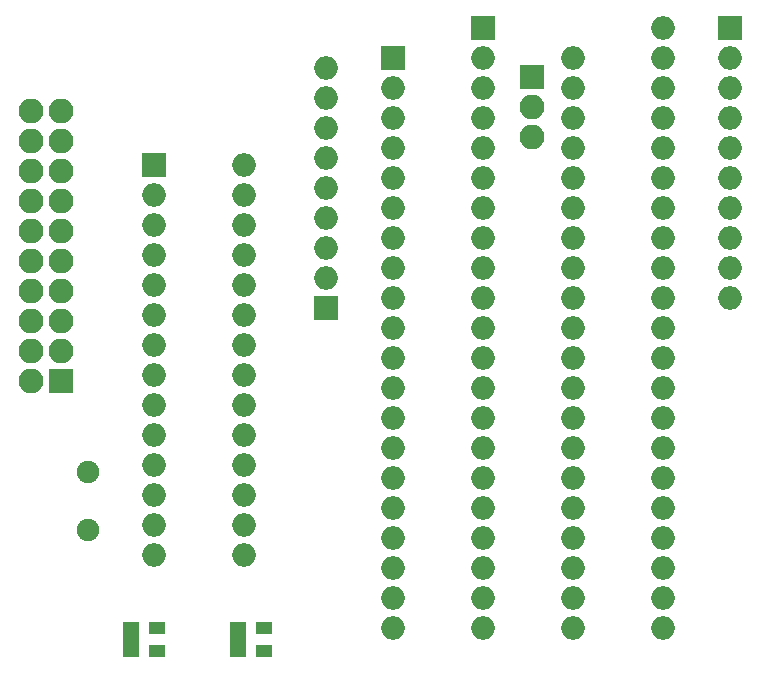
<source format=gbr>
G04 #@! TF.GenerationSoftware,KiCad,Pcbnew,(5.1.5)-2*
G04 #@! TF.CreationDate,2020-04-13T15:56:23+02:00*
G04 #@! TF.ProjectId,kickswitch,6b69636b-7377-4697-9463-682e6b696361,rev?*
G04 #@! TF.SameCoordinates,Original*
G04 #@! TF.FileFunction,Soldermask,Bot*
G04 #@! TF.FilePolarity,Negative*
%FSLAX46Y46*%
G04 Gerber Fmt 4.6, Leading zero omitted, Abs format (unit mm)*
G04 Created by KiCad (PCBNEW (5.1.5)-2) date 2020-04-13 15:56:23*
%MOMM*%
%LPD*%
G04 APERTURE LIST*
%ADD10R,1.460000X1.050000*%
%ADD11R,2.000000X2.000000*%
%ADD12O,2.000000X2.000000*%
%ADD13C,1.900000*%
%ADD14R,2.100000X2.100000*%
%ADD15O,2.100000X2.100000*%
G04 APERTURE END LIST*
D10*
X95348880Y-153111240D03*
X95348880Y-152161240D03*
X95348880Y-151211240D03*
X97548880Y-151211240D03*
X97548880Y-153111240D03*
X104345560Y-153111240D03*
X104345560Y-152161240D03*
X104345560Y-151211240D03*
X106545560Y-151211240D03*
X106545560Y-153111240D03*
D11*
X97261680Y-111963200D03*
D12*
X104881680Y-144983200D03*
X97261680Y-114503200D03*
X104881680Y-142443200D03*
X97261680Y-117043200D03*
X104881680Y-139903200D03*
X97261680Y-119583200D03*
X104881680Y-137363200D03*
X97261680Y-122123200D03*
X104881680Y-134823200D03*
X97261680Y-124663200D03*
X104881680Y-132283200D03*
X97261680Y-127203200D03*
X104881680Y-129743200D03*
X97261680Y-129743200D03*
X104881680Y-127203200D03*
X97261680Y-132283200D03*
X104881680Y-124663200D03*
X97261680Y-134823200D03*
X104881680Y-122123200D03*
X97261680Y-137363200D03*
X104881680Y-119583200D03*
X97261680Y-139903200D03*
X104881680Y-117043200D03*
X97261680Y-142443200D03*
X104881680Y-114503200D03*
X97261680Y-144983200D03*
X104881680Y-111963200D03*
D11*
X117520720Y-102954280D03*
D12*
X132760720Y-151214280D03*
X117520720Y-105494280D03*
X132760720Y-148674280D03*
X117520720Y-108034280D03*
X132760720Y-146134280D03*
X117520720Y-110574280D03*
X132760720Y-143594280D03*
X117520720Y-113114280D03*
X132760720Y-141054280D03*
X117520720Y-115654280D03*
X132760720Y-138514280D03*
X117520720Y-118194280D03*
X132760720Y-135974280D03*
X117520720Y-120734280D03*
X132760720Y-133434280D03*
X117520720Y-123274280D03*
X132760720Y-130894280D03*
X117520720Y-125814280D03*
X132760720Y-128354280D03*
X117520720Y-128354280D03*
X132760720Y-125814280D03*
X117520720Y-130894280D03*
X132760720Y-123274280D03*
X117520720Y-133434280D03*
X132760720Y-120734280D03*
X117520720Y-135974280D03*
X132760720Y-118194280D03*
X117520720Y-138514280D03*
X132760720Y-115654280D03*
X117520720Y-141054280D03*
X132760720Y-113114280D03*
X117520720Y-143594280D03*
X132760720Y-110574280D03*
X117520720Y-146134280D03*
X132760720Y-108034280D03*
X117520720Y-148674280D03*
X132760720Y-105494280D03*
X117520720Y-151214280D03*
X132760720Y-102954280D03*
D11*
X125120400Y-100370640D03*
D12*
X140360400Y-151170640D03*
X125120400Y-102910640D03*
X140360400Y-148630640D03*
X125120400Y-105450640D03*
X140360400Y-146090640D03*
X125120400Y-107990640D03*
X140360400Y-143550640D03*
X125120400Y-110530640D03*
X140360400Y-141010640D03*
X125120400Y-113070640D03*
X140360400Y-138470640D03*
X125120400Y-115610640D03*
X140360400Y-135930640D03*
X125120400Y-118150640D03*
X140360400Y-133390640D03*
X125120400Y-120690640D03*
X140360400Y-130850640D03*
X125120400Y-123230640D03*
X140360400Y-128310640D03*
X125120400Y-125770640D03*
X140360400Y-125770640D03*
X125120400Y-128310640D03*
X140360400Y-123230640D03*
X125120400Y-130850640D03*
X140360400Y-120690640D03*
X125120400Y-133390640D03*
X140360400Y-118150640D03*
X125120400Y-135930640D03*
X140360400Y-115610640D03*
X125120400Y-138470640D03*
X140360400Y-113070640D03*
X125120400Y-141010640D03*
X140360400Y-110530640D03*
X125120400Y-143550640D03*
X140360400Y-107990640D03*
X125120400Y-146090640D03*
X140360400Y-105450640D03*
X125120400Y-148630640D03*
X140360400Y-102910640D03*
X125120400Y-151170640D03*
X140360400Y-100370640D03*
D13*
X91683840Y-137993120D03*
X91683840Y-142873120D03*
D14*
X89352120Y-130312160D03*
D15*
X86812120Y-130312160D03*
X89352120Y-127772160D03*
X86812120Y-127772160D03*
X89352120Y-125232160D03*
X86812120Y-125232160D03*
X89352120Y-122692160D03*
X86812120Y-122692160D03*
X89352120Y-120152160D03*
X86812120Y-120152160D03*
X89352120Y-117612160D03*
X86812120Y-117612160D03*
X89352120Y-115072160D03*
X86812120Y-115072160D03*
X89352120Y-112532160D03*
X86812120Y-112532160D03*
X89352120Y-109992160D03*
X86812120Y-109992160D03*
X89352120Y-107452160D03*
X86812120Y-107452160D03*
D11*
X111815880Y-124109480D03*
D12*
X111815880Y-121569480D03*
X111815880Y-119029480D03*
X111815880Y-116489480D03*
X111815880Y-113949480D03*
X111815880Y-111409480D03*
X111815880Y-108869480D03*
X111815880Y-106329480D03*
X111815880Y-103789480D03*
D11*
X146070320Y-100416360D03*
D12*
X146070320Y-102956360D03*
X146070320Y-105496360D03*
X146070320Y-108036360D03*
X146070320Y-110576360D03*
X146070320Y-113116360D03*
X146070320Y-115656360D03*
X146070320Y-118196360D03*
X146070320Y-120736360D03*
X146070320Y-123276360D03*
D15*
X129250000Y-109650000D03*
X129250000Y-107110000D03*
D14*
X129250000Y-104570000D03*
M02*

</source>
